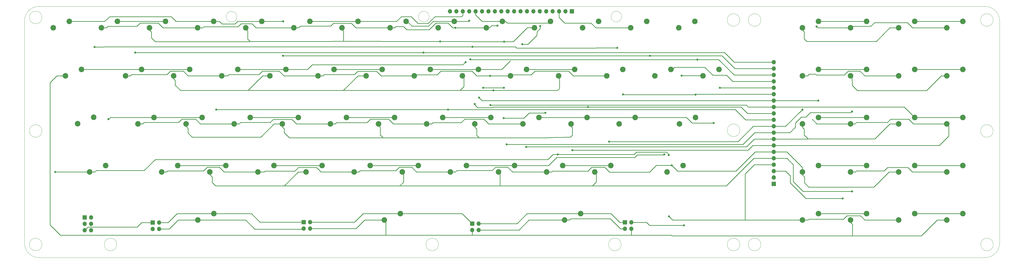
<source format=gtl>
G04 #@! TF.GenerationSoftware,KiCad,Pcbnew,(5.1.7)-1*
G04 #@! TF.CreationDate,2020-12-18T21:48:47-05:00*
G04 #@! TF.ProjectId,petkn,7065746b-6e2e-46b6-9963-61645f706362,rev?*
G04 #@! TF.SameCoordinates,Original*
G04 #@! TF.FileFunction,Copper,L1,Top*
G04 #@! TF.FilePolarity,Positive*
%FSLAX46Y46*%
G04 Gerber Fmt 4.6, Leading zero omitted, Abs format (unit mm)*
G04 Created by KiCad (PCBNEW (5.1.7)-1) date 2020-12-18 21:48:47*
%MOMM*%
%LPD*%
G01*
G04 APERTURE LIST*
G04 #@! TA.AperFunction,Profile*
%ADD10C,0.050000*%
G04 #@! TD*
G04 #@! TA.AperFunction,ComponentPad*
%ADD11C,2.200000*%
G04 #@! TD*
G04 #@! TA.AperFunction,ComponentPad*
%ADD12O,1.700000X1.700000*%
G04 #@! TD*
G04 #@! TA.AperFunction,ComponentPad*
%ADD13R,1.700000X1.700000*%
G04 #@! TD*
G04 #@! TA.AperFunction,ViaPad*
%ADD14C,0.800000*%
G04 #@! TD*
G04 #@! TA.AperFunction,Conductor*
%ADD15C,0.250000*%
G04 #@! TD*
G04 APERTURE END LIST*
D10*
X101351853Y-52705000D02*
G75*
G03*
X101351853Y-52705000I-2101353J0D01*
G01*
X253688353Y-52641500D02*
G75*
G03*
X253688353Y-52641500I-2101353J0D01*
G01*
X177482853Y-52666500D02*
G75*
G03*
X177482853Y-52666500I-2101353J0D01*
G01*
X300500000Y-143002000D02*
G75*
G03*
X300500000Y-143002000I-2500000J0D01*
G01*
X300500000Y-54000000D02*
G75*
G03*
X300500000Y-54000000I-2500000J0D01*
G01*
X300500000Y-97726500D02*
G75*
G03*
X300500000Y-97726500I-2500000J0D01*
G01*
X17272000Y-54419500D02*
X17272000Y-142367000D01*
X403352000Y-54419500D02*
X403352000Y-142367000D01*
X23114000Y-48577500D02*
X397510000Y-48577500D01*
X24217000Y-98000000D02*
G75*
G03*
X24217000Y-98000000I-2500000J0D01*
G01*
X24217000Y-53000000D02*
G75*
G03*
X24217000Y-53000000I-2500000J0D01*
G01*
X400772000Y-98000000D02*
G75*
G03*
X400772000Y-98000000I-2500000J0D01*
G01*
X23114000Y-148209000D02*
X397510000Y-148209000D01*
X397510000Y-48577500D02*
G75*
G02*
X403352000Y-54419500I0J-5842000D01*
G01*
X53871500Y-143000000D02*
G75*
G03*
X53871500Y-143000000I-2500000J0D01*
G01*
X24217000Y-143000000D02*
G75*
G03*
X24217000Y-143000000I-2500000J0D01*
G01*
X181189000Y-143000000D02*
G75*
G03*
X181189000Y-143000000I-2500000J0D01*
G01*
X253515500Y-143000000D02*
G75*
G03*
X253515500Y-143000000I-2500000J0D01*
G01*
X308824000Y-143000000D02*
G75*
G03*
X308824000Y-143000000I-2500000J0D01*
G01*
X400835500Y-143000000D02*
G75*
G03*
X400835500Y-143000000I-2500000J0D01*
G01*
X17272000Y-54419500D02*
G75*
G02*
X23114000Y-48577500I5842000J0D01*
G01*
X403352000Y-142367000D02*
G75*
G02*
X397510000Y-148209000I-5842000J0D01*
G01*
X308824000Y-54000000D02*
G75*
G03*
X308824000Y-54000000I-2500000J0D01*
G01*
X23114000Y-148209000D02*
G75*
G02*
X17272000Y-142367000I0J5842000D01*
G01*
X400772000Y-54000000D02*
G75*
G03*
X400772000Y-54000000I-2500000J0D01*
G01*
D11*
X159728000Y-133286500D03*
X166078000Y-130746500D03*
D12*
X70548500Y-136842500D03*
X68008500Y-136842500D03*
X70548500Y-134302500D03*
D13*
X68008500Y-134302500D03*
D12*
X130365500Y-136652000D03*
X127825500Y-136652000D03*
X130365500Y-134112000D03*
D13*
X127825500Y-134112000D03*
D12*
X197040500Y-137223500D03*
X194500500Y-137223500D03*
X197040500Y-134683500D03*
D13*
X194500500Y-134683500D03*
D12*
X257556000Y-136715500D03*
X255016000Y-136715500D03*
X257556000Y-134175500D03*
D13*
X255016000Y-134175500D03*
D12*
X43688000Y-137350500D03*
X41148000Y-137350500D03*
X43688000Y-134810500D03*
X41148000Y-134810500D03*
X43688000Y-132270500D03*
D13*
X41148000Y-132270500D03*
D11*
X38354000Y-95123000D03*
X44704000Y-92583000D03*
X85915500Y-133286500D03*
X92265500Y-130746500D03*
X35052000Y-54546500D03*
X28702000Y-57086500D03*
X271691000Y-114251500D03*
X278041000Y-111711500D03*
X187452000Y-54546500D03*
X181102000Y-57086500D03*
D12*
X313944000Y-70739000D03*
X313944000Y-73279000D03*
X313944000Y-75819000D03*
X313944000Y-78359000D03*
X313944000Y-80899000D03*
X313944000Y-83439000D03*
X313944000Y-85979000D03*
X313944000Y-88519000D03*
X313944000Y-91059000D03*
X313944000Y-93599000D03*
X313944000Y-96139000D03*
X313944000Y-98679000D03*
X313944000Y-101219000D03*
X313944000Y-103759000D03*
X313944000Y-106299000D03*
X313944000Y-108839000D03*
X313944000Y-111379000D03*
X313944000Y-113919000D03*
X313944000Y-116459000D03*
D13*
X313944000Y-118999000D03*
D11*
X200152000Y-57086500D03*
X206502000Y-54546500D03*
X196977000Y-73596500D03*
X190627000Y-76136500D03*
X66802000Y-57086500D03*
X73152000Y-54546500D03*
X219202000Y-57086500D03*
X225552000Y-54546500D03*
X344297000Y-133286500D03*
X350647000Y-130746500D03*
X111252000Y-54546500D03*
X104902000Y-57086500D03*
X143002000Y-57086500D03*
X149352000Y-54546500D03*
X231140000Y-133286500D03*
X237490000Y-130746500D03*
X276606000Y-95186500D03*
X282956000Y-92646500D03*
X43053000Y-114236500D03*
X49403000Y-111696500D03*
X33464500Y-76136500D03*
X39814500Y-73596500D03*
D12*
X185737500Y-50546000D03*
X188277500Y-50546000D03*
X190817500Y-50546000D03*
X193357500Y-50546000D03*
X195897500Y-50546000D03*
X198437500Y-50546000D03*
X200977500Y-50546000D03*
X203517500Y-50546000D03*
X206057500Y-50546000D03*
X208597500Y-50546000D03*
X211137500Y-50546000D03*
X213677500Y-50546000D03*
X216217500Y-50546000D03*
X218757500Y-50546000D03*
X221297500Y-50546000D03*
X223837500Y-50546000D03*
X226377500Y-50546000D03*
X228917500Y-50546000D03*
X231457500Y-50546000D03*
D13*
X233997500Y-50546000D03*
D11*
X388747000Y-130746500D03*
X382397000Y-133286500D03*
X252730000Y-95186500D03*
X259080000Y-92646500D03*
X273177000Y-73596500D03*
X266827000Y-76136500D03*
X263652000Y-54546500D03*
X257302000Y-57086500D03*
X369697000Y-130746500D03*
X363347000Y-133286500D03*
X325247000Y-133286500D03*
X331597000Y-130746500D03*
X285877000Y-76136500D03*
X292227000Y-73596500D03*
X276352000Y-57086500D03*
X282702000Y-54546500D03*
X388747000Y-111696500D03*
X382397000Y-114236500D03*
X344297000Y-114236500D03*
X350647000Y-111696500D03*
X243078000Y-114236500D03*
X249428000Y-111696500D03*
X211328000Y-111696500D03*
X204978000Y-114236500D03*
X166878000Y-114236500D03*
X173228000Y-111696500D03*
X135128000Y-111696500D03*
X128778000Y-114236500D03*
X90678000Y-114236500D03*
X97028000Y-111696500D03*
X369697000Y-111696500D03*
X363347000Y-114236500D03*
X325247000Y-114236500D03*
X331597000Y-111696500D03*
X224028000Y-114236500D03*
X230378000Y-111696500D03*
X192278000Y-111696500D03*
X185928000Y-114236500D03*
X147828000Y-114236500D03*
X154178000Y-111696500D03*
X116078000Y-111696500D03*
X109728000Y-114236500D03*
X71628000Y-114236500D03*
X77978000Y-111696500D03*
X388747000Y-92646500D03*
X382397000Y-95186500D03*
X344297000Y-95186500D03*
X350647000Y-92646500D03*
X233680000Y-95186500D03*
X240030000Y-92646500D03*
X201930000Y-92646500D03*
X195580000Y-95186500D03*
X157480000Y-95186500D03*
X163830000Y-92646500D03*
X125730000Y-92646500D03*
X119380000Y-95186500D03*
X81280000Y-95186500D03*
X87630000Y-92646500D03*
X369697000Y-92646500D03*
X363347000Y-95186500D03*
X325247000Y-95186500D03*
X331597000Y-92646500D03*
X214630000Y-95186500D03*
X220980000Y-92646500D03*
X182880000Y-92646500D03*
X176530000Y-95186500D03*
X138430000Y-95186500D03*
X144780000Y-92646500D03*
X106680000Y-92646500D03*
X100330000Y-95186500D03*
X62230000Y-95186500D03*
X68580000Y-92646500D03*
X388747000Y-73596500D03*
X382397000Y-76136500D03*
X344297000Y-76136500D03*
X350647000Y-73596500D03*
X228727000Y-76136500D03*
X235077000Y-73596500D03*
X152527000Y-76136500D03*
X158877000Y-73596500D03*
X120777000Y-73596500D03*
X114427000Y-76136500D03*
X76327000Y-76136500D03*
X82677000Y-73596500D03*
X369697000Y-73596500D03*
X363347000Y-76136500D03*
X325247000Y-76136500D03*
X331597000Y-73596500D03*
X254127000Y-73596500D03*
X247777000Y-76136500D03*
X209677000Y-76136500D03*
X216027000Y-73596500D03*
X177927000Y-73596500D03*
X171577000Y-76136500D03*
X133477000Y-76136500D03*
X139827000Y-73596500D03*
X101727000Y-73596500D03*
X95377000Y-76136500D03*
X57277000Y-76136500D03*
X63627000Y-73596500D03*
X388747000Y-54546500D03*
X382397000Y-57086500D03*
X344297000Y-57086500D03*
X350647000Y-54546500D03*
X369697000Y-54546500D03*
X363347000Y-57086500D03*
X325247000Y-57086500D03*
X331597000Y-54546500D03*
X244602000Y-54546500D03*
X238252000Y-57086500D03*
X168402000Y-54546500D03*
X162052000Y-57086500D03*
X123952000Y-57086500D03*
X130302000Y-54546500D03*
X92202000Y-54546500D03*
X85852000Y-57086500D03*
X47752000Y-57086500D03*
X54102000Y-54546500D03*
D14*
X175260000Y-66929000D03*
X61087000Y-66929000D03*
X50546000Y-93345000D03*
X204533500Y-56197500D03*
X240347500Y-88519000D03*
X195516500Y-87312500D03*
X187833000Y-57086500D03*
X191897000Y-70675500D03*
X119697500Y-54546500D03*
X119634000Y-68199000D03*
X264858500Y-68199000D03*
X193738500Y-69596000D03*
X283654500Y-69659500D03*
X193357500Y-54292500D03*
X270573500Y-107315000D03*
X290131500Y-94869000D03*
X292544500Y-80899000D03*
X194627500Y-64579500D03*
X251968000Y-65024000D03*
X282956000Y-83566000D03*
X254254000Y-83502500D03*
X45021500Y-64706500D03*
X278320500Y-135382000D03*
X331533500Y-85979000D03*
X197231000Y-84772500D03*
X201739500Y-87693500D03*
X330832395Y-56581105D03*
X184975500Y-89535000D03*
X181800500Y-62484000D03*
X207126442Y-62600442D03*
X93218000Y-89535000D03*
X201612500Y-76136500D03*
X325247000Y-89471500D03*
X248729500Y-102171500D03*
X202946000Y-81915000D03*
X344932000Y-90233500D03*
X208153000Y-103314500D03*
X215836500Y-104330500D03*
X207073500Y-80899000D03*
X198882000Y-80899000D03*
X234188000Y-105600500D03*
X214376000Y-63627000D03*
X221488000Y-56388000D03*
X273494500Y-111633000D03*
X344868500Y-121920000D03*
X207010000Y-92900500D03*
X223520000Y-90741500D03*
X272415000Y-131826000D03*
X29400500Y-114236500D03*
X228409500Y-107315000D03*
X272351500Y-107569000D03*
X277431500Y-76009500D03*
X341185500Y-124714000D03*
D15*
X54102000Y-54546500D02*
X73152000Y-54546500D01*
X77978000Y-111696500D02*
X97028000Y-111696500D01*
X68580000Y-92646500D02*
X87630000Y-92646500D01*
X63627000Y-73596500D02*
X82677000Y-73596500D01*
X313944000Y-70739000D02*
X306387500Y-70739000D01*
X306387500Y-70739000D02*
X298259500Y-70739000D01*
X298259500Y-70739000D02*
X294449500Y-66929000D01*
X294449500Y-66929000D02*
X175260000Y-66929000D01*
X175260000Y-66929000D02*
X61087000Y-66929000D01*
X63627000Y-73596500D02*
X39814500Y-73596500D01*
X51244500Y-92646500D02*
X50546000Y-93345000D01*
X68580000Y-92646500D02*
X51244500Y-92646500D01*
X47752000Y-57086500D02*
X49784000Y-57086500D01*
X49784000Y-57086500D02*
X50355500Y-56515000D01*
X50355500Y-56515000D02*
X61785500Y-56515000D01*
X61785500Y-56515000D02*
X63055500Y-55245000D01*
X63055500Y-55245000D02*
X70231000Y-55245000D01*
X72072500Y-57086500D02*
X85852000Y-57086500D01*
X70231000Y-55245000D02*
X72072500Y-57086500D01*
X123952000Y-57086500D02*
X125793500Y-57086500D01*
X125793500Y-57086500D02*
X126492000Y-56388000D01*
X126492000Y-56388000D02*
X138493500Y-56388000D01*
X138493500Y-56388000D02*
X139573000Y-55308500D01*
X139573000Y-55308500D02*
X146685000Y-55308500D01*
X148463000Y-57086500D02*
X162052000Y-57086500D01*
X146685000Y-55308500D02*
X148463000Y-57086500D01*
X325247000Y-57086500D02*
X325247000Y-57023000D01*
X359791000Y-57086500D02*
X363347000Y-57086500D01*
X325247000Y-57086500D02*
X325247000Y-57912000D01*
X325247000Y-57912000D02*
X325945500Y-58610500D01*
X325945500Y-58610500D02*
X325945500Y-61468000D01*
X326961500Y-62484000D02*
X354584000Y-62484000D01*
X325945500Y-61468000D02*
X326961500Y-62484000D01*
X354584000Y-62484000D02*
X359791000Y-57086500D01*
X200152000Y-57086500D02*
X201358500Y-57086500D01*
X201358500Y-57086500D02*
X202184000Y-56261000D01*
X204470000Y-56261000D02*
X204533500Y-56197500D01*
X202184000Y-56261000D02*
X204470000Y-56261000D01*
X240347500Y-88519000D02*
X202819000Y-88519000D01*
X202819000Y-88519000D02*
X202565000Y-88773000D01*
X202565000Y-88773000D02*
X196659500Y-88773000D01*
X195516500Y-87630000D02*
X195516500Y-87312500D01*
X196659500Y-88773000D02*
X195516500Y-87630000D01*
X187833000Y-57086500D02*
X200152000Y-57086500D01*
X102997000Y-55435500D02*
X101790500Y-56642000D01*
X88328500Y-56642000D02*
X87884000Y-57086500D01*
X101790500Y-56642000D02*
X88328500Y-56642000D01*
X107315000Y-55435500D02*
X102997000Y-55435500D01*
X108966000Y-57086500D02*
X107315000Y-55435500D01*
X87884000Y-57086500D02*
X85852000Y-57086500D01*
X123952000Y-57086500D02*
X108966000Y-57086500D01*
X186817000Y-57086500D02*
X187833000Y-57086500D01*
X180149500Y-55245000D02*
X184975500Y-55245000D01*
X177546000Y-57848500D02*
X180149500Y-55245000D01*
X167386000Y-56578500D02*
X168656000Y-57848500D01*
X168656000Y-57848500D02*
X177546000Y-57848500D01*
X164274500Y-56578500D02*
X167386000Y-56578500D01*
X163766500Y-57086500D02*
X164274500Y-56578500D01*
X184975500Y-55245000D02*
X186817000Y-57086500D01*
X162052000Y-57086500D02*
X163766500Y-57086500D01*
X300926500Y-88519000D02*
X240347500Y-88519000D01*
X303466500Y-91059000D02*
X300926500Y-88519000D01*
X313944000Y-91059000D02*
X303466500Y-91059000D01*
X35052000Y-54546500D02*
X49022000Y-54546500D01*
X116078000Y-111696500D02*
X135128000Y-111696500D01*
X101727000Y-73596500D02*
X120777000Y-73596500D01*
X106680000Y-92646500D02*
X125730000Y-92646500D01*
X120777000Y-73596500D02*
X129349500Y-73596500D01*
X129349500Y-73596500D02*
X131191000Y-71755000D01*
X131191000Y-71755000D02*
X186690000Y-71755000D01*
X186690000Y-71755000D02*
X190817500Y-71755000D01*
X190817500Y-71755000D02*
X191897000Y-70675500D01*
X111252000Y-54546500D02*
X119697500Y-54546500D01*
X92202000Y-54546500D02*
X77279500Y-54546500D01*
X77279500Y-54546500D02*
X75438000Y-52705000D01*
X49022000Y-54546500D02*
X50990500Y-52705000D01*
X75438000Y-52705000D02*
X50990500Y-52705000D01*
X298513500Y-73279000D02*
X313944000Y-73279000D01*
X293433500Y-68199000D02*
X298513500Y-73279000D01*
X264858500Y-68199000D02*
X293433500Y-68199000D01*
X119634000Y-68199000D02*
X264858500Y-68199000D01*
X92202000Y-54546500D02*
X94488000Y-54546500D01*
X94488000Y-54546500D02*
X95504000Y-55562500D01*
X100647500Y-55562500D02*
X101663500Y-54546500D01*
X95504000Y-55562500D02*
X100647500Y-55562500D01*
X111252000Y-54546500D02*
X101663500Y-54546500D01*
X154178000Y-111696500D02*
X173228000Y-111696500D01*
X173736000Y-112204500D02*
X173228000Y-111696500D01*
X139827000Y-73596500D02*
X158877000Y-73596500D01*
X144780000Y-92646500D02*
X163830000Y-92646500D01*
X130302000Y-54546500D02*
X149352000Y-54546500D01*
X313944000Y-75819000D02*
X298259500Y-75819000D01*
X298259500Y-75819000D02*
X292100000Y-69659500D01*
X193802000Y-69659500D02*
X193738500Y-69596000D01*
X283654500Y-69659500D02*
X193802000Y-69659500D01*
X292100000Y-69659500D02*
X283654500Y-69659500D01*
X190563500Y-130746500D02*
X194500500Y-134683500D01*
X166078000Y-130746500D02*
X190563500Y-130746500D01*
X130365500Y-134112000D02*
X147955000Y-134112000D01*
X151320500Y-130746500D02*
X166078000Y-130746500D01*
X147955000Y-134112000D02*
X151320500Y-130746500D01*
X190817500Y-52197000D02*
X190817500Y-50546000D01*
X177038000Y-55372000D02*
X179768500Y-52641500D01*
X173101000Y-55372000D02*
X177038000Y-55372000D01*
X170370500Y-52641500D02*
X173101000Y-55372000D01*
X190373000Y-52641500D02*
X190817500Y-52197000D01*
X166497000Y-52641500D02*
X170370500Y-52641500D01*
X164592000Y-54546500D02*
X166497000Y-52641500D01*
X179768500Y-52641500D02*
X190373000Y-52641500D01*
X149352000Y-54546500D02*
X164592000Y-54546500D01*
X211328000Y-111696500D02*
X192278000Y-111696500D01*
X182880000Y-92646500D02*
X201930000Y-92646500D01*
X177927000Y-73596500D02*
X196977000Y-73596500D01*
X211328000Y-111696500D02*
X224726500Y-111696500D01*
X224726500Y-111696500D02*
X227965000Y-108458000D01*
X227965000Y-108458000D02*
X257810000Y-108458000D01*
X187452000Y-54546500D02*
X193103500Y-54546500D01*
X193103500Y-54546500D02*
X193357500Y-54292500D01*
X196977000Y-73596500D02*
X206248000Y-73596500D01*
X206248000Y-73596500D02*
X209613500Y-70231000D01*
X257810000Y-108458000D02*
X258889500Y-108458000D01*
X258889500Y-108458000D02*
X259905500Y-107442000D01*
X259905500Y-107442000D02*
X270446500Y-107442000D01*
X270446500Y-107442000D02*
X270573500Y-107315000D01*
X274637500Y-72707500D02*
X273748500Y-73596500D01*
X286575500Y-72707500D02*
X274637500Y-72707500D01*
X273748500Y-73596500D02*
X273177000Y-73596500D01*
X295211500Y-75882500D02*
X289750500Y-75882500D01*
X289750500Y-75882500D02*
X286575500Y-72707500D01*
X297688000Y-78359000D02*
X295211500Y-75882500D01*
X313944000Y-78359000D02*
X297688000Y-78359000D01*
X168402000Y-54546500D02*
X168846500Y-54546500D01*
X168846500Y-54546500D02*
X170688000Y-56388000D01*
X177228500Y-56388000D02*
X179070000Y-54546500D01*
X170688000Y-56388000D02*
X177228500Y-56388000D01*
X179070000Y-54546500D02*
X187452000Y-54546500D01*
X230378000Y-111696500D02*
X249428000Y-111696500D01*
X220980000Y-92646500D02*
X240030000Y-92646500D01*
X240030000Y-92646500D02*
X259080000Y-92646500D01*
X216027000Y-73596500D02*
X235077000Y-73596500D01*
X259080000Y-92646500D02*
X271526000Y-92646500D01*
X206502000Y-54546500D02*
X207772000Y-54546500D01*
X207772000Y-54546500D02*
X208407000Y-55181500D01*
X224917000Y-55181500D02*
X225552000Y-54546500D01*
X208407000Y-55181500D02*
X224917000Y-55181500D01*
X271526000Y-92646500D02*
X279336500Y-92646500D01*
X279336500Y-92646500D02*
X281559000Y-94869000D01*
X281559000Y-94869000D02*
X290131500Y-94869000D01*
X310324500Y-80899000D02*
X313944000Y-80899000D01*
X195897500Y-52006500D02*
X198437500Y-54546500D01*
X195897500Y-50546000D02*
X195897500Y-52006500D01*
X206502000Y-54546500D02*
X198437500Y-54546500D01*
X310324500Y-80899000D02*
X292544500Y-80899000D01*
X48704500Y-64643000D02*
X192405000Y-64579500D01*
X192405000Y-64579500D02*
X194627500Y-64579500D01*
X194627500Y-64579500D02*
X211645500Y-64579500D01*
X211645500Y-64579500D02*
X212153500Y-65087500D01*
X212153500Y-65087500D02*
X243522500Y-65087500D01*
X243522500Y-65087500D02*
X243586000Y-65024000D01*
X243586000Y-65024000D02*
X251968000Y-65024000D01*
X254317500Y-83566000D02*
X254254000Y-83502500D01*
X282956000Y-83566000D02*
X254317500Y-83566000D01*
X283083000Y-83439000D02*
X282956000Y-83566000D01*
X313944000Y-83439000D02*
X283083000Y-83439000D01*
X42418000Y-136080500D02*
X41148000Y-137350500D01*
X61849000Y-136080500D02*
X42418000Y-136080500D01*
X48641000Y-64706500D02*
X48704500Y-64643000D01*
X45021500Y-64706500D02*
X48641000Y-64706500D01*
X257556000Y-134175500D02*
X263525000Y-134175500D01*
X263525000Y-134175500D02*
X264731500Y-135382000D01*
X264731500Y-135382000D02*
X278320500Y-135382000D01*
X68008500Y-134302500D02*
X63627000Y-134302500D01*
X63627000Y-134302500D02*
X61849000Y-136080500D01*
X331597000Y-54546500D02*
X350647000Y-54546500D01*
X331597000Y-73596500D02*
X350647000Y-73596500D01*
X331597000Y-92646500D02*
X350647000Y-92646500D01*
X350647000Y-111696500D02*
X331597000Y-111696500D01*
X331597000Y-130746500D02*
X350647000Y-130746500D01*
X313944000Y-85979000D02*
X331533500Y-85979000D01*
X309816500Y-85979000D02*
X313944000Y-85979000D01*
X313944000Y-85979000D02*
X198437500Y-85979000D01*
X198437500Y-85979000D02*
X197231000Y-84772500D01*
X369697000Y-54546500D02*
X388747000Y-54546500D01*
X369697000Y-73596500D02*
X388747000Y-73596500D01*
X369697000Y-111696500D02*
X388747000Y-111696500D01*
X369697000Y-130746500D02*
X388747000Y-130746500D01*
X369697000Y-92646500D02*
X388747000Y-92646500D01*
X365569500Y-88519000D02*
X369697000Y-92646500D01*
X313944000Y-88519000D02*
X365569500Y-88519000D01*
X303847500Y-88519000D02*
X303022000Y-87693500D01*
X303022000Y-87693500D02*
X201739500Y-87693500D01*
X313944000Y-88519000D02*
X303847500Y-88519000D01*
X382397000Y-57086500D02*
X368871500Y-57086500D01*
X368871500Y-57086500D02*
X366839500Y-55054500D01*
X366839500Y-55054500D02*
X353758500Y-55054500D01*
X353758500Y-55054500D02*
X352298000Y-56515000D01*
X344868500Y-56515000D02*
X344297000Y-57086500D01*
X352298000Y-56515000D02*
X344868500Y-56515000D01*
X66802000Y-57086500D02*
X66802000Y-58039000D01*
X66802000Y-58039000D02*
X67500500Y-58737500D01*
X67500500Y-58737500D02*
X67500500Y-61023500D01*
X67500500Y-61023500D02*
X69024500Y-62547500D01*
X104902000Y-57086500D02*
X104902000Y-57531000D01*
X104902000Y-57531000D02*
X105664000Y-58293000D01*
X105664000Y-58293000D02*
X105664000Y-61595000D01*
X105664000Y-61595000D02*
X106553000Y-62484000D01*
X106553000Y-62484000D02*
X134620000Y-62484000D01*
X143002000Y-57086500D02*
X143002000Y-57785000D01*
X143573500Y-58356500D02*
X143573500Y-62420500D01*
X143002000Y-57785000D02*
X143573500Y-58356500D01*
X134620000Y-62484000D02*
X143573500Y-62420500D01*
X143573500Y-62420500D02*
X173736000Y-62484000D01*
X173736000Y-62484000D02*
X181800500Y-62484000D01*
X106489500Y-62547500D02*
X106553000Y-62484000D01*
X96456500Y-62547500D02*
X106489500Y-62547500D01*
X331343000Y-57086500D02*
X344297000Y-57086500D01*
X210756500Y-62611000D02*
X216344500Y-57023000D01*
X209423000Y-62611000D02*
X210756500Y-62611000D01*
X219202000Y-57086500D02*
X216344500Y-57023000D01*
X330832395Y-56581105D02*
X331343000Y-57086500D01*
X207126442Y-62600442D02*
X209423000Y-62611000D01*
X181800500Y-62484000D02*
X207126442Y-62600442D01*
X298704000Y-89535000D02*
X184975500Y-89535000D01*
X302768000Y-93599000D02*
X298704000Y-89535000D01*
X313944000Y-93599000D02*
X302768000Y-93599000D01*
X90995500Y-62547500D02*
X96456500Y-62547500D01*
X69024500Y-62547500D02*
X90995500Y-62547500D01*
X184975500Y-89535000D02*
X93218000Y-89535000D01*
X57277000Y-76136500D02*
X59182000Y-76136500D01*
X59182000Y-76136500D02*
X59690000Y-75628500D01*
X59690000Y-75628500D02*
X73723500Y-75628500D01*
X73723500Y-75628500D02*
X75057000Y-74295000D01*
X75057000Y-74295000D02*
X80200500Y-74295000D01*
X82042000Y-76136500D02*
X95377000Y-76136500D01*
X80200500Y-74295000D02*
X82042000Y-76136500D01*
X95377000Y-76136500D02*
X97663000Y-76136500D01*
X97663000Y-76136500D02*
X98171000Y-75628500D01*
X98171000Y-75628500D02*
X110109000Y-75628500D01*
X110109000Y-75628500D02*
X111506000Y-74231500D01*
X111506000Y-74231500D02*
X118110000Y-74231500D01*
X120015000Y-76136500D02*
X133477000Y-76136500D01*
X118110000Y-74231500D02*
X120015000Y-76136500D01*
X133477000Y-76136500D02*
X135445500Y-76136500D01*
X135445500Y-76136500D02*
X135953500Y-75628500D01*
X135953500Y-75628500D02*
X147891500Y-75628500D01*
X147891500Y-75628500D02*
X149161500Y-74358500D01*
X149161500Y-74358500D02*
X156718000Y-74358500D01*
X158496000Y-76136500D02*
X171577000Y-76136500D01*
X156718000Y-74358500D02*
X158496000Y-76136500D01*
X325247000Y-76136500D02*
X327279000Y-76136500D01*
X327279000Y-76136500D02*
X327977500Y-75438000D01*
X327977500Y-75438000D02*
X330454000Y-75438000D01*
X330454000Y-75438000D02*
X330835000Y-75819000D01*
X330835000Y-75819000D02*
X341820500Y-75819000D01*
X341820500Y-75819000D02*
X343408000Y-74231500D01*
X343408000Y-74231500D02*
X348043500Y-74231500D01*
X349948500Y-76136500D02*
X363347000Y-76136500D01*
X348043500Y-74231500D02*
X349948500Y-76136500D01*
X247777000Y-76136500D02*
X234569000Y-76136500D01*
X234569000Y-76136500D02*
X232727500Y-74295000D01*
X232727500Y-74295000D02*
X219329000Y-74295000D01*
X219329000Y-74295000D02*
X217932000Y-75692000D01*
X210121500Y-75692000D02*
X209677000Y-76136500D01*
X217932000Y-75692000D02*
X210121500Y-75692000D01*
X196278500Y-76136500D02*
X194437000Y-74295000D01*
X194437000Y-74295000D02*
X182054500Y-74295000D01*
X182054500Y-74295000D02*
X180657500Y-75692000D01*
X172021500Y-75692000D02*
X171577000Y-76136500D01*
X180657500Y-75692000D02*
X172021500Y-75692000D01*
X209677000Y-76136500D02*
X201612500Y-76136500D01*
X201612500Y-76136500D02*
X196278500Y-76136500D01*
X305816000Y-96139000D02*
X313944000Y-96139000D01*
X299783500Y-102171500D02*
X305816000Y-96139000D01*
X248729500Y-102171500D02*
X299783500Y-102171500D01*
X324485000Y-90233500D02*
X325247000Y-89471500D01*
X318579500Y-96139000D02*
X324485000Y-90233500D01*
X313944000Y-96139000D02*
X318579500Y-96139000D01*
X382397000Y-76136500D02*
X380174500Y-76136500D01*
X380174500Y-76136500D02*
X374332500Y-81978500D01*
X76327000Y-76136500D02*
X76327000Y-77279500D01*
X76327000Y-77279500D02*
X76962000Y-77914500D01*
X76962000Y-77914500D02*
X76962000Y-79819500D01*
X76962000Y-79819500D02*
X79057500Y-81915000D01*
X79057500Y-81915000D02*
X105791000Y-81915000D01*
X111569500Y-76136500D02*
X114427000Y-76136500D01*
X105791000Y-81915000D02*
X111569500Y-76136500D01*
X105791000Y-81915000D02*
X143510000Y-81915000D01*
X149288500Y-76136500D02*
X152527000Y-76136500D01*
X143510000Y-81915000D02*
X149288500Y-76136500D01*
X143510000Y-81915000D02*
X189674500Y-81915000D01*
X189674500Y-81915000D02*
X191198500Y-80391000D01*
X191198500Y-76708000D02*
X190627000Y-76136500D01*
X191198500Y-80391000D02*
X191198500Y-76708000D01*
X189674500Y-81915000D02*
X228346000Y-81915000D01*
X229108000Y-76517500D02*
X228727000Y-76136500D01*
X229108000Y-81153000D02*
X229108000Y-76517500D01*
X228346000Y-81915000D02*
X228663500Y-81661000D01*
X228663500Y-81661000D02*
X229108000Y-81153000D01*
X344932000Y-76771500D02*
X344297000Y-76136500D01*
X347027500Y-81978500D02*
X344995500Y-79946500D01*
X344995500Y-79946500D02*
X344932000Y-76771500D01*
X374332500Y-81978500D02*
X347027500Y-81978500D01*
X306387500Y-98679000D02*
X313944000Y-98679000D01*
X301752000Y-103314500D02*
X306387500Y-98679000D01*
X208153000Y-103314500D02*
X301752000Y-103314500D01*
X328390250Y-90709750D02*
X344455750Y-90709750D01*
X326644000Y-92456000D02*
X328390250Y-90709750D01*
X322453000Y-94805500D02*
X324802500Y-92456000D01*
X344455750Y-90709750D02*
X344932000Y-90233500D01*
X324802500Y-92456000D02*
X326644000Y-92456000D01*
X322453000Y-96520000D02*
X322453000Y-94805500D01*
X320294000Y-98679000D02*
X322453000Y-96520000D01*
X313944000Y-98679000D02*
X320294000Y-98679000D01*
X100330000Y-95186500D02*
X102298500Y-95186500D01*
X102298500Y-95186500D02*
X102870000Y-94615000D01*
X102870000Y-94615000D02*
X114554000Y-94615000D01*
X114554000Y-94615000D02*
X115760500Y-93408500D01*
X115760500Y-93408500D02*
X123126500Y-93408500D01*
X124904500Y-95186500D02*
X138430000Y-95186500D01*
X123126500Y-93408500D02*
X124904500Y-95186500D01*
X138430000Y-95186500D02*
X140271500Y-95186500D01*
X140271500Y-95186500D02*
X140779500Y-94678500D01*
X140779500Y-94678500D02*
X152908000Y-94678500D01*
X152908000Y-94678500D02*
X154241500Y-93345000D01*
X154241500Y-93345000D02*
X161417000Y-93345000D01*
X163258500Y-95186500D02*
X176530000Y-95186500D01*
X161417000Y-93345000D02*
X163258500Y-95186500D01*
X176530000Y-95186500D02*
X178435000Y-95186500D01*
X178435000Y-95186500D02*
X178943000Y-94678500D01*
X178943000Y-94678500D02*
X190182500Y-94678500D01*
X190182500Y-94678500D02*
X191516000Y-93345000D01*
X191516000Y-93345000D02*
X199199500Y-93345000D01*
X201041000Y-95186500D02*
X214630000Y-95186500D01*
X199199500Y-93345000D02*
X201041000Y-95186500D01*
X62230000Y-95186500D02*
X64071500Y-95186500D01*
X64071500Y-95186500D02*
X64643000Y-94615000D01*
X64643000Y-94615000D02*
X78295500Y-94615000D01*
X78295500Y-94615000D02*
X79565500Y-93345000D01*
X79565500Y-93345000D02*
X85026500Y-93345000D01*
X86868000Y-95186500D02*
X100330000Y-95186500D01*
X85026500Y-93345000D02*
X86868000Y-95186500D01*
X325247000Y-95186500D02*
X325247000Y-96520000D01*
X325247000Y-96520000D02*
X325945500Y-97218500D01*
X325945500Y-97218500D02*
X325945500Y-99568000D01*
X325945500Y-99568000D02*
X327469500Y-101092000D01*
X327469500Y-101092000D02*
X353949000Y-101092000D01*
X359854500Y-95186500D02*
X363347000Y-95186500D01*
X353949000Y-101092000D02*
X359854500Y-95186500D01*
X310832500Y-101219000D02*
X313944000Y-101219000D01*
X327342500Y-101219000D02*
X327469500Y-101092000D01*
X313944000Y-101219000D02*
X327342500Y-101219000D01*
X306197000Y-101219000D02*
X313944000Y-101219000D01*
X303149000Y-104267000D02*
X306197000Y-101219000D01*
X216725500Y-104267000D02*
X303149000Y-104267000D01*
X215836500Y-104330500D02*
X216725500Y-104267000D01*
X81280000Y-95186500D02*
X81280000Y-96202500D01*
X81280000Y-96202500D02*
X81978500Y-96901000D01*
X81978500Y-96901000D02*
X81978500Y-98742500D01*
X81978500Y-98742500D02*
X83629500Y-100393500D01*
X83629500Y-100393500D02*
X110871000Y-100393500D01*
X116078000Y-95186500D02*
X119380000Y-95186500D01*
X110871000Y-100393500D02*
X116078000Y-95186500D01*
X119380000Y-95186500D02*
X119380000Y-96393000D01*
X119380000Y-96393000D02*
X120142000Y-97155000D01*
X120142000Y-97155000D02*
X120142000Y-98679000D01*
X120142000Y-98679000D02*
X122110500Y-100647500D01*
X122110500Y-100647500D02*
X148971000Y-100647500D01*
X157480000Y-95186500D02*
X157480000Y-95885000D01*
X157480000Y-95885000D02*
X158115000Y-96520000D01*
X158115000Y-96520000D02*
X158115000Y-99568000D01*
X158115000Y-99568000D02*
X159194500Y-100647500D01*
X159194500Y-100647500D02*
X186753500Y-100647500D01*
X195580000Y-95186500D02*
X195580000Y-96456500D01*
X195580000Y-96456500D02*
X196342000Y-97218500D01*
X196342000Y-97218500D02*
X196342000Y-99758500D01*
X196342000Y-99758500D02*
X197231000Y-100647500D01*
X197231000Y-100647500D02*
X224155000Y-100647500D01*
X148971000Y-100647500D02*
X159194500Y-100647500D01*
X186753500Y-100647500D02*
X197231000Y-100647500D01*
X344297000Y-95186500D02*
X346011500Y-95186500D01*
X346011500Y-95186500D02*
X346646500Y-94551500D01*
X346646500Y-94551500D02*
X358965500Y-94551500D01*
X358965500Y-94551500D02*
X360172000Y-93345000D01*
X360172000Y-93345000D02*
X367347500Y-93345000D01*
X369189000Y-95186500D02*
X382397000Y-95186500D01*
X367347500Y-93345000D02*
X369189000Y-95186500D01*
X344297000Y-95186500D02*
X330962000Y-95186500D01*
X330962000Y-95186500D02*
X329120500Y-93345000D01*
X224345500Y-100584000D02*
X224282000Y-100647500D01*
X224155000Y-100647500D02*
X224282000Y-100647500D01*
X233680000Y-95186500D02*
X233680000Y-96139000D01*
X233680000Y-96139000D02*
X234124500Y-96583500D01*
X234124500Y-96583500D02*
X234124500Y-99695000D01*
X234124500Y-99695000D02*
X233362500Y-100457000D01*
X233362500Y-100457000D02*
X224345500Y-100584000D01*
X207073500Y-80899000D02*
X198882000Y-80899000D01*
X310959500Y-103759000D02*
X313944000Y-103759000D01*
X313944000Y-103759000D02*
X379412500Y-103759000D01*
X379412500Y-103759000D02*
X383159000Y-100012500D01*
X383159000Y-95948500D02*
X382397000Y-95186500D01*
X383159000Y-100012500D02*
X383159000Y-95948500D01*
X313944000Y-103759000D02*
X305625500Y-103759000D01*
X305625500Y-103759000D02*
X303784000Y-105600500D01*
X234188000Y-105600500D02*
X234950000Y-105600500D01*
X303784000Y-105600500D02*
X234950000Y-105600500D01*
X71628000Y-114236500D02*
X73533000Y-114236500D01*
X73533000Y-114236500D02*
X73977500Y-113792000D01*
X73977500Y-113792000D02*
X88201500Y-113792000D01*
X88201500Y-113792000D02*
X89598500Y-112395000D01*
X89598500Y-112395000D02*
X94488000Y-112395000D01*
X96329500Y-114236500D02*
X109728000Y-114236500D01*
X94488000Y-112395000D02*
X96329500Y-114236500D01*
X109728000Y-114236500D02*
X112141000Y-114236500D01*
X112141000Y-114236500D02*
X112522000Y-113855500D01*
X112522000Y-113855500D02*
X124333000Y-113855500D01*
X124333000Y-113855500D02*
X125730000Y-112458500D01*
X125730000Y-112458500D02*
X132905500Y-112458500D01*
X134683500Y-114236500D02*
X147828000Y-114236500D01*
X132905500Y-112458500D02*
X134683500Y-114236500D01*
X147828000Y-114236500D02*
X149669500Y-114236500D01*
X149669500Y-114236500D02*
X150177500Y-113728500D01*
X150177500Y-113728500D02*
X164338000Y-113728500D01*
X164338000Y-113728500D02*
X165671500Y-112395000D01*
X165671500Y-112395000D02*
X170624500Y-112395000D01*
X170624500Y-112395000D02*
X172466000Y-114236500D01*
X172466000Y-114236500D02*
X185928000Y-114236500D01*
X185928000Y-114236500D02*
X187896500Y-114236500D01*
X187896500Y-114236500D02*
X188468000Y-113665000D01*
X188468000Y-113665000D02*
X202438000Y-113665000D01*
X202438000Y-113665000D02*
X203771500Y-112331500D01*
X203771500Y-112331500D02*
X208597500Y-112331500D01*
X210502500Y-114236500D02*
X224028000Y-114236500D01*
X208597500Y-112331500D02*
X210502500Y-114236500D01*
X224028000Y-114236500D02*
X225996500Y-114236500D01*
X225996500Y-114236500D02*
X226314000Y-113919000D01*
X226314000Y-113919000D02*
X240347500Y-113919000D01*
X240347500Y-113919000D02*
X241871500Y-112395000D01*
X241871500Y-112395000D02*
X246951500Y-112395000D01*
X246951500Y-112395000D02*
X248856500Y-114300000D01*
X248856500Y-114300000D02*
X264731500Y-114300000D01*
X325247000Y-114236500D02*
X325247000Y-115379500D01*
X325247000Y-115379500D02*
X326072500Y-116205000D01*
X326072500Y-116205000D02*
X326072500Y-118554500D01*
X326072500Y-118554500D02*
X327723500Y-120205500D01*
X327723500Y-120205500D02*
X353568000Y-120205500D01*
X359537000Y-114236500D02*
X363347000Y-114236500D01*
X353568000Y-120205500D02*
X359537000Y-114236500D01*
X220154500Y-58674000D02*
X221488000Y-57340500D01*
X221488000Y-57340500D02*
X221488000Y-56388000D01*
X216598500Y-63627000D02*
X220091000Y-60134500D01*
X214376000Y-63627000D02*
X216598500Y-63627000D01*
X220091000Y-60134500D02*
X220154500Y-58674000D01*
X311594500Y-106299000D02*
X313944000Y-106299000D01*
X325247000Y-114236500D02*
X325247000Y-112458500D01*
X319087500Y-106299000D02*
X313944000Y-106299000D01*
X325247000Y-112458500D02*
X319087500Y-106299000D01*
X313944000Y-106299000D02*
X306514500Y-106299000D01*
X306514500Y-106299000D02*
X298894500Y-113919000D01*
X298894500Y-113919000D02*
X275780500Y-113919000D01*
X275780500Y-113919000D02*
X273494500Y-111633000D01*
X267398500Y-111633000D02*
X264731500Y-114300000D01*
X270573500Y-111633000D02*
X267398500Y-111633000D01*
X273494500Y-111633000D02*
X270573500Y-111633000D01*
X90678000Y-114236500D02*
X90678000Y-115252500D01*
X90678000Y-115252500D02*
X91567000Y-116141500D01*
X91567000Y-116141500D02*
X91567000Y-118364000D01*
X91567000Y-118364000D02*
X92964000Y-119761000D01*
X92964000Y-119761000D02*
X120142000Y-119761000D01*
X125666500Y-114236500D02*
X128778000Y-114236500D01*
X120142000Y-119761000D02*
X125666500Y-114236500D01*
X120142000Y-119761000D02*
X165862000Y-119761000D01*
X165862000Y-119761000D02*
X167322500Y-118300500D01*
X167322500Y-114681000D02*
X166878000Y-114236500D01*
X167322500Y-118300500D02*
X167322500Y-114681000D01*
X242125500Y-119761000D02*
X243649500Y-118237000D01*
X243649500Y-114808000D02*
X243078000Y-114236500D01*
X243649500Y-118237000D02*
X243649500Y-114808000D01*
X205549500Y-114808000D02*
X204978000Y-114236500D01*
X205549500Y-119761000D02*
X205549500Y-114808000D01*
X205549500Y-119761000D02*
X242125500Y-119761000D01*
X165862000Y-119761000D02*
X205549500Y-119761000D01*
X344297000Y-114236500D02*
X346202000Y-114236500D01*
X346202000Y-114236500D02*
X346646500Y-113792000D01*
X346646500Y-113792000D02*
X357632000Y-113792000D01*
X357632000Y-113792000D02*
X358965500Y-112458500D01*
X358965500Y-112458500D02*
X367030000Y-112458500D01*
X368808000Y-114236500D02*
X382397000Y-114236500D01*
X367030000Y-112458500D02*
X368808000Y-114236500D01*
X215011000Y-92900500D02*
X207010000Y-92900500D01*
X223393000Y-90868500D02*
X223520000Y-90741500D01*
X217043000Y-90868500D02*
X223393000Y-90868500D01*
X217043000Y-90868500D02*
X215011000Y-92900500D01*
X325501000Y-121920000D02*
X344868500Y-121920000D01*
X321627500Y-111315500D02*
X321627500Y-118046500D01*
X319151000Y-108839000D02*
X321627500Y-111315500D01*
X321627500Y-118046500D02*
X325501000Y-121920000D01*
X313944000Y-108839000D02*
X319151000Y-108839000D01*
X295148000Y-119761000D02*
X242125500Y-119761000D01*
X306070000Y-108839000D02*
X295148000Y-119761000D01*
X313944000Y-108839000D02*
X306070000Y-108839000D01*
X325247000Y-133286500D02*
X327469500Y-133286500D01*
X327469500Y-133286500D02*
X327850500Y-132905500D01*
X327850500Y-132905500D02*
X341503000Y-132905500D01*
X341503000Y-132905500D02*
X342836500Y-131572000D01*
X342836500Y-131572000D02*
X348234000Y-131572000D01*
X349948500Y-133286500D02*
X363347000Y-133286500D01*
X348234000Y-131572000D02*
X349948500Y-133286500D01*
X281368500Y-133286500D02*
X273875500Y-133286500D01*
X273875500Y-133286500D02*
X272415000Y-131826000D01*
X325247000Y-133286500D02*
X307022500Y-133286500D01*
X29400500Y-114236500D02*
X43053000Y-114236500D01*
X43053000Y-114236500D02*
X45148500Y-114236500D01*
X45148500Y-114236500D02*
X45720000Y-113665000D01*
X45720000Y-113665000D02*
X64643000Y-113665000D01*
X64643000Y-113665000D02*
X69024500Y-109283500D01*
X69024500Y-109283500D02*
X224536000Y-109283500D01*
X224536000Y-109283500D02*
X225425000Y-108394500D01*
X226504500Y-107315000D02*
X225425000Y-108394500D01*
X228409500Y-107315000D02*
X226504500Y-107315000D01*
X228409500Y-107315000D02*
X258635500Y-107315000D01*
X258635500Y-107315000D02*
X259588000Y-106362500D01*
X259588000Y-106362500D02*
X271462500Y-106362500D01*
X272351500Y-107251500D02*
X272351500Y-107569000D01*
X271462500Y-106362500D02*
X272351500Y-107251500D01*
X285750000Y-76009500D02*
X285877000Y-76136500D01*
X277431500Y-76009500D02*
X285750000Y-76009500D01*
X302577500Y-133286500D02*
X281368500Y-133286500D01*
X307022500Y-133286500D02*
X302577500Y-133286500D01*
X302577500Y-119507000D02*
X302577500Y-133286500D01*
X302577500Y-114998500D02*
X302577500Y-119507000D01*
X306197000Y-111379000D02*
X302577500Y-114998500D01*
X313944000Y-111379000D02*
X306197000Y-111379000D01*
X378587000Y-133286500D02*
X382397000Y-133286500D01*
X372872000Y-139001500D02*
X378587000Y-133286500D01*
X372364000Y-139509500D02*
X372872000Y-139001500D01*
X344297000Y-134175500D02*
X344297000Y-133286500D01*
X336740500Y-139509500D02*
X345059000Y-139509500D01*
X345059000Y-139509500D02*
X345059000Y-135064500D01*
X345059000Y-139509500D02*
X372364000Y-139509500D01*
X345059000Y-135064500D02*
X344932000Y-134810500D01*
X344932000Y-134810500D02*
X344297000Y-134175500D01*
X257302000Y-57086500D02*
X243459000Y-57086500D01*
X243459000Y-57086500D02*
X241554000Y-55181500D01*
X336740500Y-139509500D02*
X273621500Y-139509500D01*
X228917500Y-53022500D02*
X231076500Y-55181500D01*
X228917500Y-50546000D02*
X228917500Y-53022500D01*
X241554000Y-55181500D02*
X231076500Y-55181500D01*
X160337500Y-137541000D02*
X160337500Y-133896000D01*
X160337500Y-133896000D02*
X159728000Y-133286500D01*
X159728000Y-133286500D02*
X151955500Y-133286500D01*
X148590000Y-136652000D02*
X151955500Y-133286500D01*
X130365500Y-136652000D02*
X148590000Y-136652000D01*
X194500500Y-139192000D02*
X194564000Y-139255500D01*
X194500500Y-137223500D02*
X194500500Y-139192000D01*
X194564000Y-139255500D02*
X248031000Y-139255500D01*
X160337500Y-139192000D02*
X160274000Y-139255500D01*
X160337500Y-137541000D02*
X160337500Y-139192000D01*
X160274000Y-139255500D02*
X194564000Y-139255500D01*
X158623000Y-139255500D02*
X160274000Y-139255500D01*
X273367500Y-139255500D02*
X273621500Y-139509500D01*
X248031000Y-139255500D02*
X251079000Y-139255500D01*
X33464500Y-76136500D02*
X30099000Y-76136500D01*
X30099000Y-76136500D02*
X27432000Y-78803500D01*
X27432000Y-78803500D02*
X27432000Y-135191500D01*
X31496000Y-139255500D02*
X38735000Y-139255500D01*
X27432000Y-135191500D02*
X31496000Y-139255500D01*
X68135500Y-139255500D02*
X158623000Y-139255500D01*
X257556000Y-139128500D02*
X257683000Y-139255500D01*
X257556000Y-136715500D02*
X257556000Y-139128500D01*
X257683000Y-139255500D02*
X273367500Y-139255500D01*
X251079000Y-139255500D02*
X257683000Y-139255500D01*
X68008500Y-139255500D02*
X68135500Y-139255500D01*
X38735000Y-139255500D02*
X68008500Y-139255500D01*
X326644000Y-124714000D02*
X341185500Y-124714000D01*
X320452750Y-118522750D02*
X326644000Y-124714000D01*
X320452750Y-115792250D02*
X320452750Y-118522750D01*
X318579500Y-113919000D02*
X320452750Y-115792250D01*
X313944000Y-113919000D02*
X318579500Y-113919000D01*
X197040500Y-137223500D02*
X213042500Y-137223500D01*
X216979500Y-133286500D02*
X231140000Y-133286500D01*
X213042500Y-137223500D02*
X216979500Y-133286500D01*
X253174500Y-136715500D02*
X255016000Y-136715500D01*
X249237500Y-132778500D02*
X253174500Y-136715500D01*
X233489500Y-132778500D02*
X249237500Y-132778500D01*
X232981500Y-133286500D02*
X233489500Y-132778500D01*
X231140000Y-133286500D02*
X232981500Y-133286500D01*
X216217500Y-130746500D02*
X237490000Y-130746500D01*
X212280500Y-134683500D02*
X216217500Y-130746500D01*
X197040500Y-134683500D02*
X212280500Y-134683500D01*
X252920500Y-134175500D02*
X249491500Y-130746500D01*
X255016000Y-134175500D02*
X252920500Y-134175500D01*
X237490000Y-130746500D02*
X249491500Y-130746500D01*
X85915500Y-133286500D02*
X104838500Y-133286500D01*
X104838500Y-133286500D02*
X108458000Y-136906000D01*
X127571500Y-136906000D02*
X127825500Y-136652000D01*
X108458000Y-136906000D02*
X127571500Y-136906000D01*
X74549000Y-136842500D02*
X78105000Y-133286500D01*
X70548500Y-136842500D02*
X74549000Y-136842500D01*
X85915500Y-133286500D02*
X78105000Y-133286500D01*
X92265500Y-130746500D02*
X107124500Y-130746500D01*
X110490000Y-134112000D02*
X107124500Y-130746500D01*
X127825500Y-134112000D02*
X110490000Y-134112000D01*
X70548500Y-134302500D02*
X74168000Y-134302500D01*
X74168000Y-134302500D02*
X77724000Y-130746500D01*
X92265500Y-130746500D02*
X77724000Y-130746500D01*
M02*

</source>
